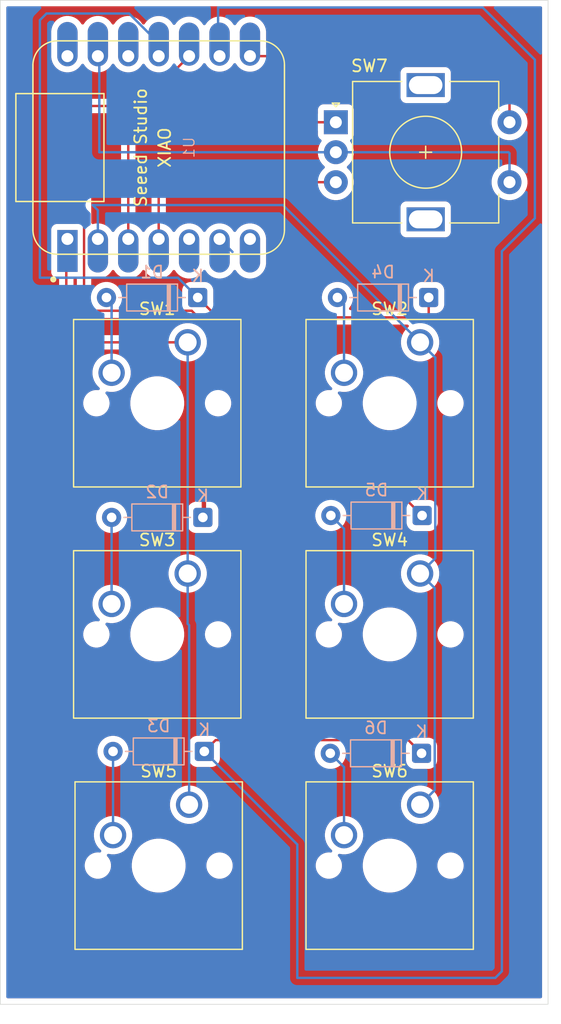
<source format=kicad_pcb>
(kicad_pcb (version 20241229) (generator "pcbnew") (generator_version "9.0")
  (layers (0 "F.Cu" signal) (2 "B.Cu" signal) (13 "F.Paste" user) (15 "B.Paste" user) (5 "F.SilkS" user "F.Silkscreen") (7 "B.SilkS" user "B.Silkscreen") (1 "F.Mask" user) (3 "B.Mask" user) (25 "Edge.Cuts" user))
  (net 0 "")
  (net 1 "Row 1")
  (net 2 "Column 1")
  (net 3 "Column 2")
  (net 4 "Row 2")
  (net 5 "Row 3")
  (net 6 "Net-(D1-A)")
  (net 7 "Net-(D2-A)")
  (net 8 "Net-(D3-A)")
  (net 9 "Net-(D4-A)")
  (net 10 "GND")
  (net 11 "Net-(D5-A)")
  (net 13 "unconnected-(U1-3V3-Pad12)")
  (net 14 "Net-(D6-A)")
  (net 15 "Encoder")
  (net 16 "Switch A")
  (net 17 "Switch B")
  (net 18 "I2C A")
  (net 19 "I2C B")
  (net 20 "+5V")
  (footprint "Button_Switch_Keyboard:SW_Cherry_MX_1.00u_PCB" (layer "F.Cu") (at 127.066 69.856)
    (property "Reference" "SW2" (at -2.54 -2.794 0) (layer "F.SilkS"))
    (property "Value" "SW_Push")
    (fp_line (start -9.525 -1.905) (end 4.445 -1.905) (stroke (width 0.12)) (layer "F.SilkS"))
    (fp_line (start -9.525 12.065) (end -9.525 -1.905) (stroke (width 0.12)) (layer "F.SilkS"))
    (fp_line (start 4.445 -1.905) (end 4.445 12.065) (stroke (width 0.12)) (layer "F.SilkS"))
    (fp_line (start 4.445 12.065) (end -9.525 12.065) (stroke (width 0.12)) (layer "F.SilkS"))
    (pad "" np_thru_hole circle (at -7.62 5.08) (size 1.7 1.7) (drill 1.7) (layers "*.Cu" "*.Mask"))
    (pad "" np_thru_hole circle (at -2.54 5.08) (size 4 4) (drill 4) (layers "*.Cu" "*.Mask"))
    (pad "" np_thru_hole circle (at 2.54 5.08) (size 1.7 1.7) (drill 1.7) (layers "*.Cu" "*.Mask"))
    (pad "1" thru_hole circle (at 0 0) (size 2.2 2.2) (drill 1.5) (layers "*.Cu" "*.Mask") (net 3 "Column 2"))
    (pad "2" thru_hole circle (at -6.35 2.54) (size 2.2 2.2) (drill 1.5) (layers "*.Cu" "*.Mask") (net 9 "Net-(D4-A)"))
  )
  (footprint "Button_Switch_Keyboard:SW_Cherry_MX_1.00u_PCB" (layer "F.Cu") (at 107.781 108.426)
    (property "Reference" "SW5" (at -2.54 -2.794 0) (layer "F.SilkS"))
    (property "Value" "SW_Push")
    (fp_line (start -9.525 -1.905) (end 4.445 -1.905) (stroke (width 0.12)) (layer "F.SilkS"))
    (fp_line (start -9.525 12.065) (end -9.525 -1.905) (stroke (width 0.12)) (layer "F.SilkS"))
    (fp_line (start 4.445 -1.905) (end 4.445 12.065) (stroke (width 0.12)) (layer "F.SilkS"))
    (fp_line (start 4.445 12.065) (end -9.525 12.065) (stroke (width 0.12)) (layer "F.SilkS"))
    (pad "" np_thru_hole circle (at -7.62 5.08) (size 1.7 1.7) (drill 1.7) (layers "*.Cu" "*.Mask"))
    (pad "" np_thru_hole circle (at -2.54 5.08) (size 4 4) (drill 4) (layers "*.Cu" "*.Mask"))
    (pad "" np_thru_hole circle (at 2.54 5.08) (size 1.7 1.7) (drill 1.7) (layers "*.Cu" "*.Mask"))
    (pad "1" thru_hole circle (at 0 0) (size 2.2 2.2) (drill 1.5) (layers "*.Cu" "*.Mask") (net 2 "Column 1"))
    (pad "2" thru_hole circle (at -6.35 2.54) (size 2.2 2.2) (drill 1.5) (layers "*.Cu" "*.Mask") (net 8 "Net-(D3-A)"))
  )
  (footprint "Button_Switch_Keyboard:SW_Cherry_MX_1.00u_PCB" (layer "F.Cu") (at 127.066 108.426)
    (property "Reference" "SW6" (at -2.54 -2.794 0) (layer "F.SilkS"))
    (property "Value" "SW_Push")
    (fp_line (start -9.525 -1.905) (end 4.445 -1.905) (stroke (width 0.12)) (layer "F.SilkS"))
    (fp_line (start -9.525 12.065) (end -9.525 -1.905) (stroke (width 0.12)) (layer "F.SilkS"))
    (fp_line (start 4.445 -1.905) (end 4.445 12.065) (stroke (width 0.12)) (layer "F.SilkS"))
    (fp_line (start 4.445 12.065) (end -9.525 12.065) (stroke (width 0.12)) (layer "F.SilkS"))
    (pad "" np_thru_hole circle (at -7.62 5.08) (size 1.7 1.7) (drill 1.7) (layers "*.Cu" "*.Mask"))
    (pad "" np_thru_hole circle (at -2.54 5.08) (size 4 4) (drill 4) (layers "*.Cu" "*.Mask"))
    (pad "" np_thru_hole circle (at 2.54 5.08) (size 1.7 1.7) (drill 1.7) (layers "*.Cu" "*.Mask"))
    (pad "1" thru_hole circle (at 0 0) (size 2.2 2.2) (drill 1.5) (layers "*.Cu" "*.Mask") (net 3 "Column 2"))
    (pad "2" thru_hole circle (at -6.35 2.54) (size 2.2 2.2) (drill 1.5) (layers "*.Cu" "*.Mask") (net 14 "Net-(D6-A)"))
  )
  (footprint "footprints:XIAO-Generic-Hybrid-14P-2.54-21X17.8MM" (layer "F.Cu") (at 105.241 53.6085 90)
    (property "Reference" "U1" (at 0 2.54 90) (layer "B.SilkS") (effects (font (size 0.889 0.889) (thickness 0.1016)) (justify mirror)))
    (property "Value" "MOUDLE-SEEEDUINO-XIAO" (hide yes))
    (fp_line (start 4.5 -11.92403) (end 4.5 -4.57073) (stroke (width 0.127)) (layer "F.SilkS"))
    (fp_line (start -4.5 -11.92403) (end 4.5 -11.92403) (stroke (width 0.127)) (layer "F.SilkS"))
    (fp_line (start 6.9 -10.49909) (end -6.9 -10.49909) (stroke (width 0.127)) (layer "F.SilkS"))
    (fp_line (start -8.9 -8.5) (end -8.9 8.5) (stroke (width 0.127)) (layer "F.SilkS"))
    (fp_line (start 4.5 -4.57073) (end -4.5 -4.57073) (stroke (width 0.127)) (layer "F.SilkS"))
    (fp_line (start -4.5 -4.57073) (end -4.5 -11.92403) (stroke (width 0.127)) (layer "F.SilkS"))
    (fp_line (start 8.9 8.5) (end 8.9 -8.5) (stroke (width 0.127)) (layer "F.SilkS"))
    (fp_line (start -6.9 10.5) (end 6.9 10.5) (stroke (width 0.127)) (layer "F.SilkS"))
    (fp_arc (start 6.9 -10.5) (mid 8.301492 -9.901492) (end 8.9 -8.5) (stroke (width 0.12)) (layer "F.SilkS"))
    (fp_arc (start -8.9 -8.5) (mid -8.301491 -9.901491) (end -6.9 -10.5) (stroke (width 0.12)) (layer "F.SilkS"))
    (fp_arc (start 8.9 8.5) (mid 8.314214 9.914214) (end 6.9 10.5) (stroke (width 0.12)) (layer "F.SilkS"))
    (fp_arc (start -6.9 10.5) (mid -8.301423 9.901423) (end -8.9 8.5) (stroke (width 0.12)) (layer "F.SilkS"))
    (fp_circle (center -11 -8.8) (end -11 -9.054) (fill yes) (layer "F.SilkS"))
    (fp_poly (pts (xy -8.887715 -8.561705) (xy -8.884667 -8.610473) (xy -8.880603 -8.659494)) (stroke (width 0.0254)) (fill no) (layer "F.SilkS"))
    (fp_poly (pts (xy 8.889492 8.521574) (xy 8.887713 8.57085) (xy 8.884665 8.619618) (xy 8.880601 8.668639) (xy 8.875268 8.717407) (xy 8.868664 8.766175) (xy 8.861044 8.81469) (xy 8.852153 8.86295) (xy 8.842248 8.910955)) (stroke (width 0.0254)) (fill no) (layer "F.SilkS"))
    (fp_text user "Seeed Studio" (at 0 -1.5 90) (layer "F.SilkS"))
    (fp_text user "XIAO" (at 0 0.5 90) (layer "F.SilkS"))
    (pad "1" thru_hole rect (at -7.625 -7.62 90) (size 3.5 1.7) (drill 1 (offset -1 0)) (layers "*.Cu" "*.Mask") (net 2 "Column 1"))
    (pad "2" thru_hole oval (at -7.625 -5.08 90) (size 3.6 1.7) (drill 1 (offset -1 0)) (layers "*.Cu" "*.Mask") (net 3 "Column 2"))
    (pad "3" thru_hole oval (at -7.625 -2.54 90) (size 3.6 1.7) (drill 1 (offset -1 0)) (layers "*.Cu" "*.Mask") (net 16 "Switch A"))
    (pad "4" thru_hole oval (at -7.625 0 90) (size 3.6 1.7) (drill 1 (offset -1 0)) (layers "*.Cu" "*.Mask") (net 17 "Switch B"))
    (pad "5" thru_hole oval (at -7.625 2.54 90) (size 3.6 1.7) (drill 1 (offset -1 0)) (layers "*.Cu" "*.Mask") (net 18 "I2C A"))
    (pad "6" thru_hole oval (at -7.625 5.08 270) (size 3.6 1.7) (drill 1 (offset 1 0)) (layers "*.Cu" "*.Mask") (net 19 "I2C B"))
    (pad "7" thru_hole oval (at -7.625 7.62 90) (size 3.6 1.7) (drill 1 (offset -1 0)) (layers "*.Cu" "*.Mask"))
    (pad "8" thru_hole oval (at 7.625 7.62 90) (size 3.6 1.7) (drill 1 (offset 1 0)) (layers "*.Cu" "*.Mask") (net 15 "Encoder"))
    (pad "9" thru_hole oval (at 7.625 5.08 90) (size 3.6 1.7) (drill 1 (offset 1 0)) (layers "*.Cu" "*.Mask") (net 5 "Row 3"))
    (pad "10" thru_hole oval (at 7.625 2.54 90) (size 3.6 1.7) (drill 1 (offset 1 0)) (layers "*.Cu" "*.Mask") (net 4 "Row 2"))
    (pad "11" thru_hole oval (at 7.625 0 90) (size 3.7 1.7) (drill 1 (offset 1 0)) (layers "*.Cu" "*.Mask") (net 1 "Row 1"))
    (pad "12" thru_hole oval (at 7.625 -2.54 90) (size 3.7 1.7) (drill 1 (offset 1 0)) (layers "*.Cu" "*.Mask") (net 13 "unconnected-(U1-3V3-Pad12)"))
    (pad "13" thru_hole oval (at 7.625 -5.08 90) (size 3.7 1.7) (drill 1 (offset 1 0)) (layers "*.Cu" "*.Mask") (net 10 "GND"))
    (pad "14" thru_hole oval (at 7.625 -7.62 90) (size 3.7 1.7) (drill 1 (offset 1 0)) (layers "*.Cu" "*.Mask") (net 20 "+5V"))
  )
  (footprint "Button_Switch_Keyboard:SW_Cherry_MX_1.00u_PCB" (layer "F.Cu") (at 107.66 69.856)
    (property "Reference" "SW1" (at -2.54 -2.794 0) (layer "F.SilkS"))
    (property "Value" "SW_Push")
    (fp_line (start -9.525 -1.905) (end 4.445 -1.905) (stroke (width 0.12)) (layer "F.SilkS"))
    (fp_line (start -9.525 12.065) (end -9.525 -1.905) (stroke (width 0.12)) (layer "F.SilkS"))
    (fp_line (start 4.445 -1.905) (end 4.445 12.065) (stroke (width 0.12)) (layer "F.SilkS"))
    (fp_line (start 4.445 12.065) (end -9.525 12.065) (stroke (width 0.12)) (layer "F.SilkS"))
    (pad "" np_thru_hole circle (at -7.62 5.08) (size 1.7 1.7) (drill 1.7) (layers "*.Cu" "*.Mask"))
    (pad "" np_thru_hole circle (at -2.54 5.08) (size 4 4) (drill 4) (layers "*.Cu" "*.Mask"))
    (pad "" np_thru_hole circle (at 2.54 5.08) (size 1.7 1.7) (drill 1.7) (layers "*.Cu" "*.Mask"))
    (pad "1" thru_hole circle (at 0 0) (size 2.2 2.2) (drill 1.5) (layers "*.Cu" "*.Mask") (net 2 "Column 1"))
    (pad "2" thru_hole circle (at -6.35 2.54) (size 2.2 2.2) (drill 1.5) (layers "*.Cu" "*.Mask") (net 6 "Net-(D1-A)"))
  )
  (footprint "Button_Switch_Keyboard:SW_Cherry_MX_1.00u_PCB" (layer "F.Cu") (at 127.066 89.141)
    (property "Reference" "SW4" (at -2.54 -2.794 0) (layer "F.SilkS"))
    (property "Value" "SW_Push")
    (fp_line (start -9.525 -1.905) (end 4.445 -1.905) (stroke (width 0.12)) (layer "F.SilkS"))
    (fp_line (start -9.525 12.065) (end -9.525 -1.905) (stroke (width 0.12)) (layer "F.SilkS"))
    (fp_line (start 4.445 -1.905) (end 4.445 12.065) (stroke (width 0.12)) (layer "F.SilkS"))
    (fp_line (start 4.445 12.065) (end -9.525 12.065) (stroke (width 0.12)) (layer "F.SilkS"))
    (pad "" np_thru_hole circle (at -7.62 5.08) (size 1.7 1.7) (drill 1.7) (layers "*.Cu" "*.Mask"))
    (pad "" np_thru_hole circle (at -2.54 5.08) (size 4 4) (drill 4) (layers "*.Cu" "*.Mask"))
    (pad "" np_thru_hole circle (at 2.54 5.08) (size 1.7 1.7) (drill 1.7) (layers "*.Cu" "*.Mask"))
    (pad "1" thru_hole circle (at 0 0) (size 2.2 2.2) (drill 1.5) (layers "*.Cu" "*.Mask") (net 3 "Column 2"))
    (pad "2" thru_hole circle (at -6.35 2.54) (size 2.2 2.2) (drill 1.5) (layers "*.Cu" "*.Mask") (net 11 "Net-(D5-A)"))
  )
  (footprint "Rotary_Encoder:RotaryEncoder_Alps_EC11E-Switch_Vertical_H20mm" (layer "F.Cu") (at 120.031 51.498)
    (property "Reference" "SW7" (at 2.8 -4.7 0) (layer "F.SilkS"))
    (property "Value" "RotaryEncoder_Switch")
    (fp_line (start -0.3 -1.6) (end 0.3 -1.6) (stroke (width 0.12)) (layer "F.SilkS"))
    (fp_line (start 0 -1.3) (end -0.3 -1.6) (stroke (width 0.12)) (layer "F.SilkS"))
    (fp_line (start 0.3 -1.6) (end 0 -1.3) (stroke (width 0.12)) (layer "F.SilkS"))
    (fp_line (start 1.4 -3.4) (end 1.4 8.4) (stroke (width 0.12)) (layer "F.SilkS"))
    (fp_line (start 5.5 -3.4) (end 1.4 -3.4) (stroke (width 0.12)) (layer "F.SilkS"))
    (fp_line (start 5.5 8.4) (end 1.4 8.4) (stroke (width 0.12)) (layer "F.SilkS"))
    (fp_line (start 7 2.5) (end 8 2.5) (stroke (width 0.12)) (layer "F.SilkS"))
    (fp_line (start 7.5 2) (end 7.5 3) (stroke (width 0.12)) (layer "F.SilkS"))
    (fp_line (start 9.5 -3.4) (end 13.6 -3.4) (stroke (width 0.12)) (layer "F.SilkS"))
    (fp_line (start 13.6 -3.4) (end 13.6 -1) (stroke (width 0.12)) (layer "F.SilkS"))
    (fp_line (start 13.6 1.2) (end 13.6 3.8) (stroke (width 0.12)) (layer "F.SilkS"))
    (fp_line (start 13.6 6) (end 13.6 8.4) (stroke (width 0.12)) (layer "F.SilkS"))
    (fp_line (start 13.6 8.4) (end 9.5 8.4) (stroke (width 0.12)) (layer "F.SilkS"))
    (fp_circle (center 7.5 2.5) (end 10.5 2.5) (stroke (width 0.12)) (fill no) (layer "F.SilkS"))
    (pad "A" thru_hole rect (at 0 0) (size 2 2) (drill 1) (layers "*.Cu" "*.Mask") (net 16 "Switch A"))
    (pad "B" thru_hole circle (at 0 5) (size 2 2) (drill 1) (layers "*.Cu" "*.Mask") (net 17 "Switch B"))
    (pad "C" thru_hole circle (at 0 2.5) (size 2 2) (drill 1) (layers "*.Cu" "*.Mask") (net 10 "GND"))
    (pad "MP" thru_hole rect (at 7.5 -3.1) (size 3.2 2) (drill oval 2.8 1.5) (layers "*.Cu" "*.Mask"))
    (pad "MP" thru_hole rect (at 7.5 8.1) (size 3.2 2) (drill oval 2.8 1.5) (layers "*.Cu" "*.Mask"))
    (pad "S1" thru_hole circle (at 14.5 5) (size 2 2) (drill 1) (layers "*.Cu" "*.Mask") (net 10 "GND"))
    (pad "S2" thru_hole circle (at 14.5 0) (size 2 2) (drill 1) (layers "*.Cu" "*.Mask") (net 15 "Encoder"))
  )
  (footprint "Button_Switch_Keyboard:SW_Cherry_MX_1.00u_PCB" (layer "F.Cu") (at 107.66 89.141)
    (property "Reference" "SW3" (at -2.54 -2.794 0) (layer "F.SilkS"))
    (property "Value" "SW_Push")
    (fp_line (start -9.525 -1.905) (end 4.445 -1.905) (stroke (width 0.12)) (layer "F.SilkS"))
    (fp_line (start -9.525 12.065) (end -9.525 -1.905) (stroke (width 0.12)) (layer "F.SilkS"))
    (fp_line (start 4.445 -1.905) (end 4.445 12.065) (stroke (width 0.12)) (layer "F.SilkS"))
    (fp_line (start 4.445 12.065) (end -9.525 12.065) (stroke (width 0.12)) (layer "F.SilkS"))
    (pad "" np_thru_hole circle (at -7.62 5.08) (size 1.7 1.7) (drill 1.7) (layers "*.Cu" "*.Mask"))
    (pad "" np_thru_hole circle (at -2.54 5.08) (size 4 4) (drill 4) (layers "*.Cu" "*.Mask"))
    (pad "" np_thru_hole circle (at 2.54 5.08) (size 1.7 1.7) (drill 1.7) (layers "*.Cu" "*.Mask"))
    (pad "1" thru_hole circle (at 0 0) (size 2.2 2.2) (drill 1.5) (layers "*.Cu" "*.Mask") (net 2 "Column 1"))
    (pad "2" thru_hole circle (at -6.35 2.54) (size 2.2 2.2) (drill 1.5) (layers "*.Cu" "*.Mask") (net 7 "Net-(D2-A)"))
  )
  (footprint "Diode_THT:D_DO-35_SOD27_P7.62mm_Horizontal" (layer "B.Cu") (at 127.785 66.12 180)
    (property "Reference" "D4" (at 3.81 2.12 0) (layer "B.SilkS") (effects (justify mirror)))
    (property "Value" "1N4148")
    (fp_line (start 6.58 0) (end 5.93 0) (stroke (width 0.12)) (layer "B.SilkS"))
    (fp_line (start 2.53 1.12) (end 2.53 -1.12) (stroke (width 0.12)) (layer "B.SilkS"))
    (fp_line (start 2.41 1.12) (end 2.41 -1.12) (stroke (width 0.12)) (layer "B.SilkS"))
    (fp_line (start 2.29 1.12) (end 2.29 -1.12) (stroke (width 0.12)) (layer "B.SilkS"))
    (fp_line (start 1.04 0) (end 1.69 0) (stroke (width 0.12)) (layer "B.SilkS"))
    (fp_rect (start 1.69 1.12) (end 5.93 -1.12) (stroke (width 0.12)) (fill no) (layer "B.SilkS"))
    (fp_text user "K" (at 0 1.8 0) (layer "B.SilkS") (effects (justify mirror)))
    (pad "1" thru_hole roundrect (at 0 0 180) (size 1.6 1.6) (drill 0.8) (layers "*.Cu" "*.Mask") (roundrect_rratio 0.15625) (net 1 "Row 1"))
    (pad "2" thru_hole circle (at 7.62 0 180) (size 1.6 1.6) (drill 0.8) (layers "*.Cu" "*.Mask") (net 9 "Net-(D4-A)"))
  )
  (footprint "Diode_THT:D_DO-35_SOD27_P7.62mm_Horizontal" (layer "B.Cu") (at 127.234 84.303 180)
    (property "Reference" "D5" (at 3.81 2.12 0) (layer "B.SilkS") (effects (justify mirror)))
    (property "Value" "1N4148")
    (fp_line (start 6.58 0) (end 5.93 0) (stroke (width 0.12)) (layer "B.SilkS"))
    (fp_line (start 2.53 1.12) (end 2.53 -1.12) (stroke (width 0.12)) (layer "B.SilkS"))
    (fp_line (start 2.41 1.12) (end 2.41 -1.12) (stroke (width 0.12)) (layer "B.SilkS"))
    (fp_line (start 2.29 1.12) (end 2.29 -1.12) (stroke (width 0.12)) (layer "B.SilkS"))
    (fp_line (start 1.04 0) (end 1.69 0) (stroke (width 0.12)) (layer "B.SilkS"))
    (fp_rect (start 1.69 1.12) (end 5.93 -1.12) (stroke (width 0.12)) (fill no) (layer "B.SilkS"))
    (fp_text user "K" (at 0 1.8 0) (layer "B.SilkS") (effects (justify mirror)))
    (pad "1" thru_hole roundrect (at 0 0 180) (size 1.6 1.6) (drill 0.8) (layers "*.Cu" "*.Mask") (roundrect_rratio 0.15625) (net 4 "Row 2"))
    (pad "2" thru_hole circle (at 7.62 0 180) (size 1.6 1.6) (drill 0.8) (layers "*.Cu" "*.Mask") (net 11 "Net-(D5-A)"))
  )
  (footprint "Diode_THT:D_DO-35_SOD27_P7.62mm_Horizontal" (layer "B.Cu") (at 108.5 66.12 180)
    (property "Reference" "D1" (at 3.81 2.12 0) (layer "B.SilkS") (effects (justify mirror)))
    (property "Value" "1N4148")
    (fp_line (start 6.58 0) (end 5.93 0) (stroke (width 0.12)) (layer "B.SilkS"))
    (fp_line (start 2.53 1.12) (end 2.53 -1.12) (stroke (width 0.12)) (layer "B.SilkS"))
    (fp_line (start 2.41 1.12) (end 2.41 -1.12) (stroke (width 0.12)) (layer "B.SilkS"))
    (fp_line (start 2.29 1.12) (end 2.29 -1.12) (stroke (width 0.12)) (layer "B.SilkS"))
    (fp_line (start 1.04 0) (end 1.69 0) (stroke (width 0.12)) (layer "B.SilkS"))
    (fp_rect (start 1.69 1.12) (end 5.93 -1.12) (stroke (width 0.12)) (fill no) (layer "B.SilkS"))
    (fp_text user "K" (at 0 1.8 0) (layer "B.SilkS") (effects (justify mirror)))
    (pad "1" thru_hole roundrect (at 0 0 180) (size 1.6 1.6) (drill 0.8) (layers "*.Cu" "*.Mask") (roundrect_rratio 0.15625) (net 1 "Row 1"))
    (pad "2" thru_hole circle (at 7.62 0 180) (size 1.6 1.6) (drill 0.8) (layers "*.Cu" "*.Mask") (net 6 "Net-(D1-A)"))
  )
  (footprint "Diode_THT:D_DO-35_SOD27_P7.62mm_Horizontal" (layer "B.Cu") (at 109.051 103.981 180)
    (property "Reference" "D3" (at 3.81 2.12 0) (layer "B.SilkS") (effects (justify mirror)))
    (property "Value" "1N4148")
    (fp_line (start 6.58 0) (end 5.93 0) (stroke (width 0.12)) (layer "B.SilkS"))
    (fp_line (start 2.53 1.12) (end 2.53 -1.12) (stroke (width 0.12)) (layer "B.SilkS"))
    (fp_line (start 2.41 1.12) (end 2.41 -1.12) (stroke (width 0.12)) (layer "B.SilkS"))
    (fp_line (start 2.29 1.12) (end 2.29 -1.12) (stroke (width 0.12)) (layer "B.SilkS"))
    (fp_line (start 1.04 0) (end 1.69 0) (stroke (width 0.12)) (layer "B.SilkS"))
    (fp_rect (start 1.69 1.12) (end 5.93 -1.12) (stroke (width 0.12)) (fill no) (layer "B.SilkS"))
    (fp_text user "K" (at 0 1.8 0) (layer "B.SilkS") (effects (justify mirror)))
    (pad "1" thru_hole roundrect (at 0 0 180) (size 1.6 1.6) (drill 0.8) (layers "*.Cu" "*.Mask") (roundrect_rratio 0.15625) (net 5 "Row 3"))
    (pad "2" thru_hole circle (at 7.62 0 180) (size 1.6 1.6) (drill 0.8) (layers "*.Cu" "*.Mask") (net 8 "Net-(D3-A)"))
  )
  (footprint "Diode_THT:D_DO-35_SOD27_P7.62mm_Horizontal" (layer "B.Cu") (at 108.93 84.461 180)
    (property "Reference" "D2" (at 3.81 2.12 0) (layer "B.SilkS") (effects (justify mirror)))
    (property "Value" "1N4148")
    (fp_line (start 6.58 0) (end 5.93 0) (stroke (width 0.12)) (layer "B.SilkS"))
    (fp_line (start 2.53 1.12) (end 2.53 -1.12) (stroke (width 0.12)) (layer "B.SilkS"))
    (fp_line (start 2.41 1.12) (end 2.41 -1.12) (stroke (width 0.12)) (layer "B.SilkS"))
    (fp_line (start 2.29 1.12) (end 2.29 -1.12) (stroke (width 0.12)) (layer "B.SilkS"))
    (fp_line (start 1.04 0) (end 1.69 0) (stroke (width 0.12)) (layer "B.SilkS"))
    (fp_rect (start 1.69 1.12) (end 5.93 -1.12) (stroke (width 0.12)) (fill no) (layer "B.SilkS"))
    (fp_text user "K" (at 0 1.8 0) (layer "B.SilkS") (effects (justify mirror)))
    (pad "1" thru_hole roundrect (at 0 0 180) (size 1.6 1.6) (drill 0.8) (layers "*.Cu" "*.Mask") (roundrect_rratio 0.15625) (net 4 "Row 2"))
    (pad "2" thru_hole circle (at 7.62 0 180) (size 1.6 1.6) (drill 0.8) (layers "*.Cu" "*.Mask") (net 7 "Net-(D2-A)"))
  )
  (footprint "Diode_THT:D_DO-35_SOD27_P7.62mm_Horizontal" (layer "B.Cu") (at 127.187 104.139 180)
    (property "Reference" "D6" (at 3.81 2.12 0) (layer "B.SilkS") (effects (justify mirror)))
    (property "Value" "1N4148")
    (fp_line (start 6.58 0) (end 5.93 0) (stroke (width 0.12)) (layer "B.SilkS"))
    (fp_line (start 2.53 1.12) (end 2.53 -1.12) (stroke (width 0.12)) (layer "B.SilkS"))
    (fp_line (start 2.41 1.12) (end 2.41 -1.12) (stroke (width 0.12)) (layer "B.SilkS"))
    (fp_line (start 2.29 1.12) (end 2.29 -1.12) (stroke (width 0.12)) (layer "B.SilkS"))
    (fp_line (start 1.04 0) (end 1.69 0) (stroke (width 0.12)) (layer "B.SilkS"))
    (fp_rect (start 1.69 1.12) (end 5.93 -1.12) (stroke (width 0.12)) (fill no) (layer "B.SilkS"))
    (fp_text user "K" (at 0 1.8 0) (layer "B.SilkS") (effects (justify mirror)))
    (pad "1" thru_hole roundrect (at 0 0 180) (size 1.6 1.6) (drill 0.8) (layers "*.Cu" "*.Mask") (roundrect_rratio 0.15625) (net 5 "Row 3"))
    (pad "2" thru_hole circle (at 7.62 0 180) (size 1.6 1.6) (drill 0.8) (layers "*.Cu" "*.Mask") (net 14 "Net-(D6-A)"))
  )
  (gr_rect (start 92.017 41.325) (end 137.75 125.077) (stroke (width 0.05)) (fill no) (layer "Edge.Cuts"))
  (segment (start 127.785 67.726) (end 127.832 67.773) (width 0.2) (layer "F.Cu") (net 1))
  (segment (start 127.785 66.12) (end 127.785 67.726) (width 0.2) (layer "F.Cu") (net 1))
  (segment (start 127.832 67.773) (end 110.153 67.773) (width 0.2) (layer "F.Cu") (net 1))
  (segment (start 110.153 67.773) (end 108.5 66.12) (width 0.2) (layer "F.Cu") (net 1))
  (segment (start 106.847 64.467) (end 95.323 64.467) (width 0.2) (layer "B.Cu") (net 1))
  (segment (start 95.874 42.427) (end 102.77226 42.427) (width 0.2) (layer "B.Cu") (net 1))
  (segment (start 95.323 42.978) (end 95.874 42.427) (width 0.2) (layer "B.Cu") (net 1))
  (segment (start 102.77226 42.427) (end 105.241 44.89574) (width 0.2) (layer "B.Cu") (net 1))
  (segment (start 105.241 44.89574) (end 105.241 45.9835) (width 0.2) (layer "B.Cu") (net 1))
  (segment (start 95.323 64.467) (end 95.323 42.978) (width 0.2) (layer "B.Cu") (net 1))
  (segment (start 108.5 66.12) (end 106.847 64.467) (width 0.2) (layer "B.Cu") (net 1))
  (segment (start 97.527 69.977) (end 97.527 61.3275) (width 0.2) (layer "F.Cu") (net 2))
  (segment (start 97.648 69.856) (end 97.527 69.977) (width 0.2) (layer "F.Cu") (net 2))
  (segment (start 107.66 69.856) (end 97.648 69.856) (width 0.2) (layer "F.Cu") (net 2))
  (segment (start 97.527 61.3275) (end 97.621 61.2335) (width 0.2) (layer "F.Cu") (net 2))
  (segment (start 107.781 93.455) (end 107.66 93.334) (width 0.2) (layer "B.Cu") (net 2))
  (segment (start 107.781 108.426) (end 107.781 93.455) (width 0.2) (layer "B.Cu") (net 2))
  (segment (start 107.66 93.334) (end 107.66 89.141) (width 0.2) (layer "B.Cu") (net 2))
  (segment (start 107.66 89.141) (end 107.66 69.856) (width 0.2) (layer "B.Cu") (net 2))
  (segment (start 128.335 87.872) (end 128.335 71.125) (width 0.2) (layer "B.Cu") (net 3))
  (segment (start 128.335 71.125) (end 127.066 69.856) (width 0.2) (layer "B.Cu") (net 3))
  (segment (start 100.161 58.836) (end 100.161 61.2335) (width 0.2) (layer "B.Cu") (net 3))
  (segment (start 127.066 89.141) (end 128.335 87.872) (width 0.2) (layer "B.Cu") (net 3))
  (segment (start 128.288 90.363) (end 127.066 89.141) (width 0.2) (layer "B.Cu") (net 3))
  (segment (start 115.616 58.406) (end 99.731 58.406) (width 0.2) (layer "B.Cu") (net 3))
  (segment (start 127.066 69.856) (end 115.616 58.406) (width 0.2) (layer "B.Cu") (net 3))
  (segment (start 128.288 107.204) (end 128.288 90.363) (width 0.2) (layer "B.Cu") (net 3))
  (segment (start 127.066 108.426) (end 128.288 107.204) (width 0.2) (layer "B.Cu") (net 3))
  (segment (start 99.731 58.406) (end 100.161 58.836) (width 0.2) (layer "B.Cu") (net 3))
  (segment (start 127.234 84.303) (end 125.581 82.65) (width 0.2) (layer "F.Cu") (net 4))
  (segment (start 99.18 67.222) (end 99.01 67.052) (width 0.2) (layer "F.Cu") (net 4))
  (segment (start 108.93 84.461) (end 108.93 74.50753) (width 0.2) (layer "F.Cu") (net 4))
  (segment (start 99.18 50.141) (end 103.6235 50.141) (width 0.2) (layer "F.Cu") (net 4))
  (segment (start 99.01 50.311) (end 99.18 50.141) (width 0.2) (layer "F.Cu") (net 4))
  (segment (start 109.649 73.78853) (end 109.649 68.875) (width 0.2) (layer "F.Cu") (net 4))
  (segment (start 103.6235 50.141) (end 107.781 45.9835) (width 0.2) (layer "F.Cu") (net 4))
  (segment (start 125.581 82.65) (end 109.098 82.65) (width 0.2) (layer "F.Cu") (net 4))
  (segment (start 109.649 68.875) (end 107.996 67.222) (width 0.2) (layer "F.Cu") (net 4))
  (segment (start 109.098 82.65) (end 109.098 84.293) (width 0.2) (layer "F.Cu") (net 4))
  (segment (start 99.01 67.052) (end 99.01 50.311) (width 0.2) (layer "F.Cu") (net 4))
  (segment (start 108.93 74.50753) (end 109.649 73.78853) (width 0.2) (layer "F.Cu") (net 4))
  (segment (start 109.098 84.293) (end 108.93 84.461) (width 0.2) (layer "F.Cu") (net 4))
  (segment (start 107.996 67.222) (end 99.18 67.222) (width 0.2) (layer "F.Cu") (net 4))
  (segment (start 109.051 84.303) (end 108.5 84.854) (width 0.2) (layer "B.Cu") (net 4))
  (segment (start 109.994 103.038) (end 109.051 103.981) (width 0.2) (layer "F.Cu") (net 5))
  (segment (start 126.086 103.038) (end 109.994 103.038) (width 0.2) (layer "F.Cu") (net 5))
  (segment (start 127.187 104.139) (end 126.086 103.038) (width 0.2) (layer "F.Cu") (net 5))
  (segment (start 132.29 41.926) (end 110.2 41.926) (width 0.2) (layer "B.Cu") (net 5))
  (segment (start 136.648 46.284) (end 132.29 41.926) (width 0.2) (layer "B.Cu") (net 5))
  (segment (start 133.893 122.322) (end 133.893 62.263) (width 0.2) (layer "B.Cu") (net 5))
  (segment (start 110.2 45.8625) (end 110.321 45.9835) (width 0.2) (layer "B.Cu") (net 5))
  (segment (start 109.051 103.981) (end 116.812 111.742) (width 0.2) (layer "B.Cu") (net 5))
  (segment (start 133.342 122.873) (end 133.893 122.322) (width 0.2) (layer "B.Cu") (net 5))
  (segment (start 133.893 62.263) (end 136.648 59.508) (width 0.2) (layer "B.Cu") (net 5))
  (segment (start 116.812 111.742) (end 116.812 122.873) (width 0.2) (layer "B.Cu") (net 5))
  (segment (start 116.812 122.873) (end 133.342 122.873) (width 0.2) (layer "B.Cu") (net 5))
  (segment (start 136.648 59.508) (end 136.648 46.284) (width 0.2) (layer "B.Cu") (net 5))
  (segment (start 110.2 41.926) (end 110.2 45.8625) (width 0.2) (layer "B.Cu") (net 5))
  (segment (start 101.31 72.396) (end 101.31 66.55) (width 0.2) (layer "B.Cu") (net 6))
  (segment (start 101.31 66.55) (end 100.88 66.12) (width 0.2) (layer "B.Cu") (net 6))
  (segment (start 101.31 91.681) (end 101.31 84.461) (width 0.2) (layer "B.Cu") (net 7))
  (segment (start 101.431 110.966) (end 101.431 103.981) (width 0.2) (layer "B.Cu") (net 8))
  (segment (start 120.716 66.671) (end 120.165 66.12) (width 0.2) (layer "B.Cu") (net 9))
  (segment (start 120.716 72.396) (end 120.716 66.671) (width 0.2) (layer "B.Cu") (net 9))
  (segment (start 100.282 53.998) (end 100.282 46.1045) (width 0.2) (layer "B.Cu") (net 10))
  (segment (start 134.444 53.998) (end 120.031 53.998) (width 0.2) (layer "B.Cu") (net 10))
  (segment (start 134.531 56.498) (end 134.531 54.085) (width 0.2) (layer "B.Cu") (net 10))
  (segment (start 100.282 46.1045) (end 100.161 45.9835) (width 0.2) (layer "B.Cu") (net 10))
  (segment (start 120.031 53.998) (end 100.282 53.998) (width 0.2) (layer "B.Cu") (net 10))
  (segment (start 134.531 54.085) (end 134.444 53.998) (width 0.2) (layer "B.Cu") (net 10))
  (segment (start 120.716 85.405) (end 119.614 84.303) (width 0.2) (layer "B.Cu") (net 11))
  (segment (start 120.716 91.681) (end 120.716 85.405) (width 0.2) (layer "B.Cu") (net 11))
  (segment (start 102.701 44.94574) (end 102.701 45.9835) (width 0.2) (layer "B.Cu") (net 13))
  (segment (start 119.567 104.643) (end 119.063 104.139) (width 0.2) (layer "F.Cu") (net 14))
  (segment (start 120.716 105.288) (end 119.567 104.139) (width 0.2) (layer "B.Cu") (net 14))
  (segment (start 120.716 110.966) (end 120.716 105.288) (width 0.2) (layer "B.Cu") (net 14))
  (segment (start 112.861 45.9835) (end 134.1435 45.9835) (width 0.2) (layer "F.Cu") (net 15))
  (segment (start 134.1435 45.9835) (end 134.531 46.371) (width 0.2) (layer "F.Cu") (net 15))
  (segment (start 134.531 46.371) (end 134.531 51.498) (width 0.2) (layer "F.Cu") (net 15))
  (segment (start 134.531 51.33) (end 134.444 51.243) (width 0.2) (layer "B.Cu") (net 15))
  (segment (start 134.531 51.498) (end 134.531 51.33) (width 0.2) (layer "B.Cu") (net 15))
  (segment (start 113.1115 45.733) (end 112.861 45.9835) (width 0.2) (layer "B.Cu") (net 15))
  (segment (start 120.031 51.498) (end 102.741 51.498) (width 0.2) (layer "F.Cu") (net 16))
  (segment (start 102.701 51.458) (end 102.701 61.2335) (width 0.2) (layer "F.Cu") (net 16))
  (segment (start 102.741 51.498) (end 102.701 51.458) (width 0.2) (layer "F.Cu") (net 16))
  (segment (start 105.241 56.753) (end 105.241 61.2335) (width 0.2) (layer "F.Cu") (net 17))
  (segment (start 105.496 56.498) (end 105.241 56.753) (width 0.2) (layer "F.Cu") (net 17))
  (segment (start 105.241 62.861) (end 105.241 61.2335) (width 0.2) (layer "F.Cu") (net 17))
  (segment (start 120.031 56.498) (end 105.496 56.498) (width 0.2) (layer "F.Cu") (net 17))
  (segment (start 107.399 61.6155) (end 107.781 61.2335) (width 0.2) (layer "B.Cu") (net 18))
  (segment (start 110.195015 63.71026) (end 110.195015 60.75674) (width 0.2) (layer "B.Cu") (net 19))
  (segment (start 111.401 62.3135) (end 110.321 61.2335) (width 0.2) (layer "B.Cu") (net 19))
  (zone (net 0) (net_name "") (layers "F.Cu" "B.Cu") (connect_pads (clearance 0.5)) (min_thickness 0.25) (fill yes (thermal_gap 0.5) (thermal_bridge_width 0.5) (island_removal_mode 1) (island_area_min 10))
    (polygon (pts (xy 138.852 126.73) (xy 137.75 41.325) (xy 92.017 41.325) (xy 92.017 125.077) (xy 137.75 125.077)))
  )
)
</source>
